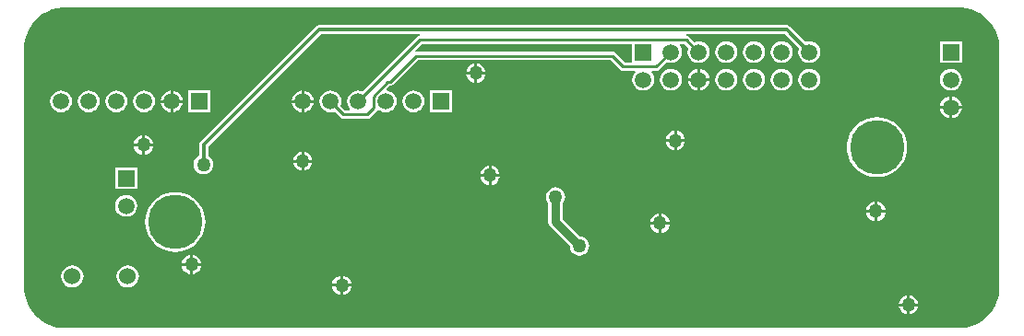
<source format=gbl>
G04*
G04 #@! TF.GenerationSoftware,Altium Limited,Altium Designer,18.0.9 (584)*
G04*
G04 Layer_Physical_Order=2*
G04 Layer_Color=16711680*
%FSLAX25Y25*%
%MOIN*%
G70*
G01*
G75*
%ADD10C,0.01000*%
%ADD45C,0.01200*%
%ADD46C,0.03000*%
%ADD47C,0.19685*%
%ADD48R,0.05906X0.05906*%
%ADD49C,0.05906*%
%ADD50C,0.06000*%
%ADD51R,0.05906X0.05906*%
%ADD52C,0.05000*%
G36*
X455635Y227075D02*
X457500Y226575D01*
X459284Y225836D01*
X460956Y224871D01*
X462488Y223696D01*
X463853Y222330D01*
X465028Y220799D01*
X465994Y219127D01*
X466733Y217343D01*
X467232Y215478D01*
X467484Y213564D01*
Y212598D01*
Y125984D01*
Y125019D01*
X467232Y123105D01*
X466733Y121240D01*
X465994Y119456D01*
X465028Y117784D01*
X463853Y116252D01*
X462488Y114887D01*
X460956Y113712D01*
X459284Y112746D01*
X457500Y112007D01*
X455635Y111508D01*
X453721Y111256D01*
X452756Y111256D01*
X129921D01*
X128956Y111256D01*
X127042Y111508D01*
X125177Y112007D01*
X123393Y112746D01*
X121721Y113712D01*
X120189Y114887D01*
X118824Y116252D01*
X117649Y117784D01*
X116683Y119456D01*
X115945Y121240D01*
X115445Y123105D01*
X115193Y125019D01*
Y125984D01*
X115193Y212598D01*
X115193Y213564D01*
X115445Y215478D01*
X115945Y217343D01*
X116683Y219127D01*
X117649Y220799D01*
X118824Y222330D01*
X120189Y223696D01*
X121721Y224871D01*
X123393Y225836D01*
X125177Y226575D01*
X127042Y227075D01*
X128956Y227327D01*
X453721D01*
X455635Y227075D01*
D02*
G37*
%LPC*%
G36*
X453953Y215134D02*
X446047D01*
Y207228D01*
X453953D01*
Y215134D01*
D02*
G37*
G36*
X390709Y220923D02*
X221654D01*
X221029Y220798D01*
X220500Y220445D01*
X178768Y178713D01*
X178414Y178183D01*
X178290Y177559D01*
Y173585D01*
X178156Y173530D01*
X177425Y172969D01*
X176864Y172238D01*
X176511Y171386D01*
X176391Y170473D01*
X176511Y169559D01*
X176864Y168707D01*
X177425Y167976D01*
X178156Y167415D01*
X179008Y167062D01*
X179921Y166942D01*
X180835Y167062D01*
X181686Y167415D01*
X182418Y167976D01*
X182978Y168707D01*
X183331Y169559D01*
X183451Y170473D01*
X183331Y171386D01*
X182978Y172238D01*
X182418Y172969D01*
X181686Y173530D01*
X181553Y173585D01*
Y176883D01*
X222329Y217660D01*
X258067D01*
X258075Y217163D01*
X257490Y217047D01*
X256993Y216715D01*
X237244Y196966D01*
X236780Y197158D01*
X235748Y197294D01*
X234716Y197158D01*
X233755Y196760D01*
X232929Y196126D01*
X232295Y195300D01*
X231897Y194339D01*
X231761Y193307D01*
X231897Y192275D01*
X232295Y191314D01*
X232834Y190612D01*
X232656Y190112D01*
X231106D01*
X229407Y191811D01*
X229599Y192275D01*
X229735Y193307D01*
X229599Y194339D01*
X229201Y195300D01*
X228567Y196126D01*
X227742Y196760D01*
X226780Y197158D01*
X225748Y197294D01*
X224716Y197158D01*
X223755Y196760D01*
X222929Y196126D01*
X222295Y195300D01*
X221897Y194339D01*
X221761Y193307D01*
X221897Y192275D01*
X222295Y191314D01*
X222929Y190488D01*
X223755Y189854D01*
X224716Y189456D01*
X225748Y189320D01*
X226780Y189456D01*
X227244Y189648D01*
X229391Y187501D01*
X229887Y187170D01*
X230472Y187053D01*
X238976D01*
X239562Y187170D01*
X240058Y187501D01*
X242377Y189820D01*
X242594Y190145D01*
X243110Y190281D01*
X243209Y190273D01*
X243755Y189854D01*
X244716Y189456D01*
X245748Y189320D01*
X246780Y189456D01*
X247742Y189854D01*
X248567Y190488D01*
X249201Y191314D01*
X249599Y192275D01*
X249735Y193307D01*
X249599Y194339D01*
X249201Y195300D01*
X248567Y196126D01*
X247742Y196760D01*
X246780Y197158D01*
X246243Y197229D01*
X246063Y197757D01*
X247171Y198864D01*
X247244D01*
X247829Y198981D01*
X248325Y199312D01*
X257326Y208313D01*
X326926D01*
X330415Y204824D01*
X330911Y204493D01*
X331496Y204376D01*
X335727D01*
X335905Y203876D01*
X335366Y203174D01*
X334968Y202213D01*
X334832Y201181D01*
X334968Y200149D01*
X335366Y199188D01*
X336000Y198362D01*
X336825Y197728D01*
X337787Y197330D01*
X338819Y197194D01*
X339851Y197330D01*
X340812Y197728D01*
X341638Y198362D01*
X342272Y199188D01*
X342670Y200149D01*
X342806Y201181D01*
X342670Y202213D01*
X342272Y203174D01*
X341733Y203876D01*
X341911Y204376D01*
X343543D01*
X344129Y204493D01*
X344625Y204824D01*
X347323Y207522D01*
X347787Y207330D01*
X348819Y207194D01*
X349851Y207330D01*
X350812Y207728D01*
X351638Y208362D01*
X352272Y209188D01*
X352670Y210149D01*
X352806Y211181D01*
X352670Y212213D01*
X352272Y213175D01*
X351942Y213604D01*
X352188Y214105D01*
X353733D01*
X355160Y212677D01*
X354968Y212213D01*
X354832Y211181D01*
X354968Y210149D01*
X355366Y209188D01*
X356000Y208362D01*
X356825Y207728D01*
X357787Y207330D01*
X358819Y207194D01*
X359851Y207330D01*
X360812Y207728D01*
X361638Y208362D01*
X362272Y209188D01*
X362670Y210149D01*
X362806Y211181D01*
X362670Y212213D01*
X362272Y213175D01*
X361638Y214000D01*
X360812Y214634D01*
X359851Y215032D01*
X358819Y215168D01*
X357787Y215032D01*
X357323Y214840D01*
X355448Y216715D01*
X354951Y217047D01*
X354366Y217163D01*
X354374Y217660D01*
X390033D01*
X395118Y212575D01*
X394968Y212213D01*
X394832Y211181D01*
X394968Y210149D01*
X395366Y209188D01*
X396000Y208362D01*
X396826Y207728D01*
X397787Y207330D01*
X398819Y207194D01*
X399851Y207330D01*
X400812Y207728D01*
X401638Y208362D01*
X402272Y209188D01*
X402670Y210149D01*
X402806Y211181D01*
X402670Y212213D01*
X402272Y213175D01*
X401638Y214000D01*
X400812Y214634D01*
X399851Y215032D01*
X398819Y215168D01*
X397787Y215032D01*
X397425Y214882D01*
X391862Y220445D01*
X391333Y220798D01*
X390709Y220923D01*
D02*
G37*
G36*
X388819Y215168D02*
X387787Y215032D01*
X386825Y214634D01*
X386000Y214000D01*
X385366Y213175D01*
X384968Y212213D01*
X384832Y211181D01*
X384968Y210149D01*
X385366Y209188D01*
X386000Y208362D01*
X386825Y207728D01*
X387787Y207330D01*
X388819Y207194D01*
X389851Y207330D01*
X390812Y207728D01*
X391638Y208362D01*
X392272Y209188D01*
X392670Y210149D01*
X392806Y211181D01*
X392670Y212213D01*
X392272Y213175D01*
X391638Y214000D01*
X390812Y214634D01*
X389851Y215032D01*
X388819Y215168D01*
D02*
G37*
G36*
X378819D02*
X377787Y215032D01*
X376825Y214634D01*
X376000Y214000D01*
X375366Y213175D01*
X374968Y212213D01*
X374832Y211181D01*
X374968Y210149D01*
X375366Y209188D01*
X376000Y208362D01*
X376825Y207728D01*
X377787Y207330D01*
X378819Y207194D01*
X379851Y207330D01*
X380812Y207728D01*
X381638Y208362D01*
X382272Y209188D01*
X382670Y210149D01*
X382806Y211181D01*
X382670Y212213D01*
X382272Y213175D01*
X381638Y214000D01*
X380812Y214634D01*
X379851Y215032D01*
X378819Y215168D01*
D02*
G37*
G36*
X368819D02*
X367787Y215032D01*
X366826Y214634D01*
X366000Y214000D01*
X365366Y213175D01*
X364968Y212213D01*
X364832Y211181D01*
X364968Y210149D01*
X365366Y209188D01*
X366000Y208362D01*
X366826Y207728D01*
X367787Y207330D01*
X368819Y207194D01*
X369851Y207330D01*
X370812Y207728D01*
X371638Y208362D01*
X372272Y209188D01*
X372670Y210149D01*
X372806Y211181D01*
X372670Y212213D01*
X372272Y213175D01*
X371638Y214000D01*
X370812Y214634D01*
X369851Y215032D01*
X368819Y215168D01*
D02*
G37*
G36*
X278847Y207008D02*
Y204043D01*
X281811D01*
X281756Y204457D01*
X281404Y205308D01*
X280843Y206040D01*
X280112Y206601D01*
X279260Y206953D01*
X278847Y207008D01*
D02*
G37*
G36*
X277847D02*
X277433Y206953D01*
X276581Y206601D01*
X275850Y206040D01*
X275289Y205308D01*
X274937Y204457D01*
X274882Y204043D01*
X277847D01*
Y207008D01*
D02*
G37*
G36*
X359319Y205102D02*
Y201681D01*
X362740D01*
X362670Y202213D01*
X362272Y203174D01*
X361638Y204000D01*
X360812Y204634D01*
X359851Y205032D01*
X359319Y205102D01*
D02*
G37*
G36*
X358319D02*
X357787Y205032D01*
X356825Y204634D01*
X356000Y204000D01*
X355366Y203174D01*
X354968Y202213D01*
X354898Y201681D01*
X358319D01*
Y205102D01*
D02*
G37*
G36*
X281811Y203043D02*
X278847D01*
Y200079D01*
X279260Y200133D01*
X280112Y200486D01*
X280843Y201047D01*
X281404Y201778D01*
X281756Y202630D01*
X281811Y203043D01*
D02*
G37*
G36*
X277847D02*
X274882D01*
X274937Y202630D01*
X275289Y201778D01*
X275850Y201047D01*
X276581Y200486D01*
X277433Y200133D01*
X277847Y200079D01*
Y203043D01*
D02*
G37*
G36*
X362740Y200681D02*
X359319D01*
Y197260D01*
X359851Y197330D01*
X360812Y197728D01*
X361638Y198362D01*
X362272Y199188D01*
X362670Y200149D01*
X362740Y200681D01*
D02*
G37*
G36*
X358319D02*
X354898D01*
X354968Y200149D01*
X355366Y199188D01*
X356000Y198362D01*
X356825Y197728D01*
X357787Y197330D01*
X358319Y197260D01*
Y200681D01*
D02*
G37*
G36*
X450000Y205168D02*
X448968Y205032D01*
X448007Y204634D01*
X447181Y204000D01*
X446547Y203174D01*
X446149Y202213D01*
X446013Y201181D01*
X446149Y200149D01*
X446547Y199188D01*
X447181Y198362D01*
X448007Y197728D01*
X448968Y197330D01*
X450000Y197194D01*
X451032Y197330D01*
X451993Y197728D01*
X452819Y198362D01*
X453453Y199188D01*
X453851Y200149D01*
X453987Y201181D01*
X453851Y202213D01*
X453453Y203174D01*
X452819Y204000D01*
X451993Y204634D01*
X451032Y205032D01*
X450000Y205168D01*
D02*
G37*
G36*
X398819D02*
X397787Y205032D01*
X396826Y204634D01*
X396000Y204000D01*
X395366Y203174D01*
X394968Y202213D01*
X394832Y201181D01*
X394968Y200149D01*
X395366Y199188D01*
X396000Y198362D01*
X396826Y197728D01*
X397787Y197330D01*
X398819Y197194D01*
X399851Y197330D01*
X400812Y197728D01*
X401638Y198362D01*
X402272Y199188D01*
X402670Y200149D01*
X402806Y201181D01*
X402670Y202213D01*
X402272Y203174D01*
X401638Y204000D01*
X400812Y204634D01*
X399851Y205032D01*
X398819Y205168D01*
D02*
G37*
G36*
X388819D02*
X387787Y205032D01*
X386825Y204634D01*
X386000Y204000D01*
X385366Y203174D01*
X384968Y202213D01*
X384832Y201181D01*
X384968Y200149D01*
X385366Y199188D01*
X386000Y198362D01*
X386825Y197728D01*
X387787Y197330D01*
X388819Y197194D01*
X389851Y197330D01*
X390812Y197728D01*
X391638Y198362D01*
X392272Y199188D01*
X392670Y200149D01*
X392806Y201181D01*
X392670Y202213D01*
X392272Y203174D01*
X391638Y204000D01*
X390812Y204634D01*
X389851Y205032D01*
X388819Y205168D01*
D02*
G37*
G36*
X378819D02*
X377787Y205032D01*
X376825Y204634D01*
X376000Y204000D01*
X375366Y203174D01*
X374968Y202213D01*
X374832Y201181D01*
X374968Y200149D01*
X375366Y199188D01*
X376000Y198362D01*
X376825Y197728D01*
X377787Y197330D01*
X378819Y197194D01*
X379851Y197330D01*
X380812Y197728D01*
X381638Y198362D01*
X382272Y199188D01*
X382670Y200149D01*
X382806Y201181D01*
X382670Y202213D01*
X382272Y203174D01*
X381638Y204000D01*
X380812Y204634D01*
X379851Y205032D01*
X378819Y205168D01*
D02*
G37*
G36*
X368819D02*
X367787Y205032D01*
X366826Y204634D01*
X366000Y204000D01*
X365366Y203174D01*
X364968Y202213D01*
X364832Y201181D01*
X364968Y200149D01*
X365366Y199188D01*
X366000Y198362D01*
X366826Y197728D01*
X367787Y197330D01*
X368819Y197194D01*
X369851Y197330D01*
X370812Y197728D01*
X371638Y198362D01*
X372272Y199188D01*
X372670Y200149D01*
X372806Y201181D01*
X372670Y202213D01*
X372272Y203174D01*
X371638Y204000D01*
X370812Y204634D01*
X369851Y205032D01*
X368819Y205168D01*
D02*
G37*
G36*
X348819D02*
X347787Y205032D01*
X346826Y204634D01*
X346000Y204000D01*
X345366Y203174D01*
X344968Y202213D01*
X344832Y201181D01*
X344968Y200149D01*
X345366Y199188D01*
X346000Y198362D01*
X346826Y197728D01*
X347787Y197330D01*
X348819Y197194D01*
X349851Y197330D01*
X350812Y197728D01*
X351638Y198362D01*
X352272Y199188D01*
X352670Y200149D01*
X352806Y201181D01*
X352670Y202213D01*
X352272Y203174D01*
X351638Y204000D01*
X350812Y204634D01*
X349851Y205032D01*
X348819Y205168D01*
D02*
G37*
G36*
X216248Y197228D02*
Y193807D01*
X219669D01*
X219599Y194339D01*
X219201Y195300D01*
X218567Y196126D01*
X217741Y196760D01*
X216780Y197158D01*
X216248Y197228D01*
D02*
G37*
G36*
X168925D02*
Y193807D01*
X172346D01*
X172276Y194339D01*
X171878Y195300D01*
X171244Y196126D01*
X170419Y196760D01*
X169457Y197158D01*
X168925Y197228D01*
D02*
G37*
G36*
X215248D02*
X214716Y197158D01*
X213755Y196760D01*
X212929Y196126D01*
X212295Y195300D01*
X211897Y194339D01*
X211827Y193807D01*
X215248D01*
Y197228D01*
D02*
G37*
G36*
X167925D02*
X167393Y197158D01*
X166432Y196760D01*
X165606Y196126D01*
X164972Y195300D01*
X164574Y194339D01*
X164504Y193807D01*
X167925D01*
Y197228D01*
D02*
G37*
G36*
X450500Y195102D02*
Y191681D01*
X453921D01*
X453851Y192213D01*
X453453Y193175D01*
X452819Y194000D01*
X451993Y194634D01*
X451032Y195032D01*
X450500Y195102D01*
D02*
G37*
G36*
X449500Y195102D02*
X448968Y195032D01*
X448007Y194634D01*
X447181Y194000D01*
X446547Y193175D01*
X446149Y192213D01*
X446079Y191681D01*
X449500D01*
Y195102D01*
D02*
G37*
G36*
X219669Y192807D02*
X216248D01*
Y189386D01*
X216780Y189456D01*
X217741Y189854D01*
X218567Y190488D01*
X219201Y191314D01*
X219599Y192275D01*
X219669Y192807D01*
D02*
G37*
G36*
X172346D02*
X168925D01*
Y189386D01*
X169457Y189456D01*
X170419Y189854D01*
X171244Y190488D01*
X171878Y191314D01*
X172276Y192275D01*
X172346Y192807D01*
D02*
G37*
G36*
X215248D02*
X211827D01*
X211897Y192275D01*
X212295Y191314D01*
X212929Y190488D01*
X213755Y189854D01*
X214716Y189456D01*
X215248Y189386D01*
Y192807D01*
D02*
G37*
G36*
X167925D02*
X164504D01*
X164574Y192275D01*
X164972Y191314D01*
X165606Y190488D01*
X166432Y189854D01*
X167393Y189456D01*
X167925Y189386D01*
Y192807D01*
D02*
G37*
G36*
X269701Y197260D02*
X261795D01*
Y189354D01*
X269701D01*
Y197260D01*
D02*
G37*
G36*
X182378D02*
X174472D01*
Y189354D01*
X182378D01*
Y197260D01*
D02*
G37*
G36*
X255748Y197294D02*
X254716Y197158D01*
X253755Y196760D01*
X252929Y196126D01*
X252295Y195300D01*
X251897Y194339D01*
X251761Y193307D01*
X251897Y192275D01*
X252295Y191314D01*
X252929Y190488D01*
X253755Y189854D01*
X254716Y189456D01*
X255748Y189320D01*
X256780Y189456D01*
X257741Y189854D01*
X258567Y190488D01*
X259201Y191314D01*
X259599Y192275D01*
X259735Y193307D01*
X259599Y194339D01*
X259201Y195300D01*
X258567Y196126D01*
X257741Y196760D01*
X256780Y197158D01*
X255748Y197294D01*
D02*
G37*
G36*
X158425D02*
X157393Y197158D01*
X156432Y196760D01*
X155606Y196126D01*
X154973Y195300D01*
X154574Y194339D01*
X154438Y193307D01*
X154574Y192275D01*
X154973Y191314D01*
X155606Y190488D01*
X156432Y189854D01*
X157393Y189456D01*
X158425Y189320D01*
X159457Y189456D01*
X160419Y189854D01*
X161244Y190488D01*
X161878Y191314D01*
X162276Y192275D01*
X162412Y193307D01*
X162276Y194339D01*
X161878Y195300D01*
X161244Y196126D01*
X160419Y196760D01*
X159457Y197158D01*
X158425Y197294D01*
D02*
G37*
G36*
X148425D02*
X147393Y197158D01*
X146432Y196760D01*
X145606Y196126D01*
X144973Y195300D01*
X144574Y194339D01*
X144438Y193307D01*
X144574Y192275D01*
X144973Y191314D01*
X145606Y190488D01*
X146432Y189854D01*
X147393Y189456D01*
X148425Y189320D01*
X149457Y189456D01*
X150419Y189854D01*
X151244Y190488D01*
X151878Y191314D01*
X152276Y192275D01*
X152412Y193307D01*
X152276Y194339D01*
X151878Y195300D01*
X151244Y196126D01*
X150419Y196760D01*
X149457Y197158D01*
X148425Y197294D01*
D02*
G37*
G36*
X138425D02*
X137393Y197158D01*
X136432Y196760D01*
X135606Y196126D01*
X134973Y195300D01*
X134574Y194339D01*
X134438Y193307D01*
X134574Y192275D01*
X134973Y191314D01*
X135606Y190488D01*
X136432Y189854D01*
X137393Y189456D01*
X138425Y189320D01*
X139457Y189456D01*
X140419Y189854D01*
X141244Y190488D01*
X141878Y191314D01*
X142276Y192275D01*
X142412Y193307D01*
X142276Y194339D01*
X141878Y195300D01*
X141244Y196126D01*
X140419Y196760D01*
X139457Y197158D01*
X138425Y197294D01*
D02*
G37*
G36*
X128425D02*
X127393Y197158D01*
X126432Y196760D01*
X125606Y196126D01*
X124972Y195300D01*
X124574Y194339D01*
X124438Y193307D01*
X124574Y192275D01*
X124972Y191314D01*
X125606Y190488D01*
X126432Y189854D01*
X127393Y189456D01*
X128425Y189320D01*
X129457Y189456D01*
X130419Y189854D01*
X131244Y190488D01*
X131878Y191314D01*
X132276Y192275D01*
X132412Y193307D01*
X132276Y194339D01*
X131878Y195300D01*
X131244Y196126D01*
X130419Y196760D01*
X129457Y197158D01*
X128425Y197294D01*
D02*
G37*
G36*
X449500Y190681D02*
X446079D01*
X446149Y190149D01*
X446547Y189188D01*
X447181Y188362D01*
X448007Y187728D01*
X448968Y187330D01*
X449500Y187260D01*
Y190681D01*
D02*
G37*
G36*
X453921D02*
X450500D01*
Y187260D01*
X451032Y187330D01*
X451993Y187728D01*
X452819Y188362D01*
X453453Y189188D01*
X453851Y190149D01*
X453921Y190681D01*
D02*
G37*
G36*
X350894Y182598D02*
Y179634D01*
X353858D01*
X353804Y180048D01*
X353451Y180899D01*
X352890Y181630D01*
X352159Y182191D01*
X351307Y182544D01*
X350894Y182598D01*
D02*
G37*
G36*
X349894D02*
X349480Y182544D01*
X348629Y182191D01*
X347898Y181630D01*
X347337Y180899D01*
X346984Y180048D01*
X346929Y179634D01*
X349894D01*
Y182598D01*
D02*
G37*
G36*
X158768Y181023D02*
Y178059D01*
X161732D01*
X161678Y178473D01*
X161325Y179324D01*
X160764Y180055D01*
X160033Y180616D01*
X159181Y180969D01*
X158768Y181023D01*
D02*
G37*
G36*
X157768D02*
X157354Y180969D01*
X156503Y180616D01*
X155772Y180055D01*
X155210Y179324D01*
X154858Y178473D01*
X154803Y178059D01*
X157768D01*
Y181023D01*
D02*
G37*
G36*
X353858Y178634D02*
X350894D01*
Y175670D01*
X351307Y175724D01*
X352159Y176077D01*
X352890Y176638D01*
X353451Y177369D01*
X353804Y178220D01*
X353858Y178634D01*
D02*
G37*
G36*
X349894D02*
X346929D01*
X346984Y178220D01*
X347337Y177369D01*
X347898Y176638D01*
X348629Y176077D01*
X349480Y175724D01*
X349894Y175670D01*
Y178634D01*
D02*
G37*
G36*
X161732Y177059D02*
X158768D01*
Y174095D01*
X159181Y174149D01*
X160033Y174502D01*
X160764Y175063D01*
X161325Y175794D01*
X161678Y176645D01*
X161732Y177059D01*
D02*
G37*
G36*
X157768D02*
X154803D01*
X154858Y176645D01*
X155210Y175794D01*
X155772Y175063D01*
X156503Y174502D01*
X157354Y174149D01*
X157768Y174095D01*
Y177059D01*
D02*
G37*
G36*
X216248Y175118D02*
Y172153D01*
X219212D01*
X219158Y172567D01*
X218805Y173419D01*
X218244Y174150D01*
X217513Y174711D01*
X216662Y175064D01*
X216248Y175118D01*
D02*
G37*
G36*
X215248D02*
X214834Y175064D01*
X213983Y174711D01*
X213252Y174150D01*
X212691Y173419D01*
X212338Y172567D01*
X212284Y172153D01*
X215248D01*
Y175118D01*
D02*
G37*
G36*
X219212Y171153D02*
X216248D01*
Y168189D01*
X216662Y168244D01*
X217513Y168596D01*
X218244Y169157D01*
X218805Y169888D01*
X219158Y170740D01*
X219212Y171153D01*
D02*
G37*
G36*
X215248D02*
X212284D01*
X212338Y170740D01*
X212691Y169888D01*
X213252Y169157D01*
X213983Y168596D01*
X214834Y168244D01*
X215248Y168189D01*
Y171153D01*
D02*
G37*
G36*
X283965Y170000D02*
Y167035D01*
X286929D01*
X286875Y167449D01*
X286522Y168300D01*
X285961Y169032D01*
X285230Y169593D01*
X284378Y169945D01*
X283965Y170000D01*
D02*
G37*
G36*
X282965D02*
X282551Y169945D01*
X281699Y169593D01*
X280968Y169032D01*
X280407Y168300D01*
X280055Y167449D01*
X280000Y167035D01*
X282965D01*
Y170000D01*
D02*
G37*
G36*
X423228Y187648D02*
X421527Y187514D01*
X419868Y187115D01*
X418291Y186462D01*
X416836Y185571D01*
X415538Y184462D01*
X414429Y183164D01*
X413538Y181709D01*
X412885Y180132D01*
X412486Y178473D01*
X412352Y176772D01*
X412486Y175070D01*
X412885Y173411D01*
X413538Y171834D01*
X414429Y170379D01*
X415538Y169081D01*
X416836Y167973D01*
X418291Y167081D01*
X419868Y166428D01*
X421527Y166030D01*
X423228Y165896D01*
X424930Y166030D01*
X426589Y166428D01*
X428166Y167081D01*
X429621Y167973D01*
X430919Y169081D01*
X432027Y170379D01*
X432919Y171834D01*
X433572Y173411D01*
X433970Y175070D01*
X434104Y176772D01*
X433970Y178473D01*
X433572Y180132D01*
X432919Y181709D01*
X432027Y183164D01*
X430919Y184462D01*
X429621Y185571D01*
X428166Y186462D01*
X426589Y187115D01*
X424930Y187514D01*
X423228Y187648D01*
D02*
G37*
G36*
X286929Y166035D02*
X283965D01*
Y163071D01*
X284378Y163126D01*
X285230Y163478D01*
X285961Y164039D01*
X286522Y164770D01*
X286875Y165622D01*
X286929Y166035D01*
D02*
G37*
G36*
X282965D02*
X280000D01*
X280055Y165622D01*
X280407Y164770D01*
X280968Y164039D01*
X281699Y163478D01*
X282551Y163126D01*
X282965Y163071D01*
Y166035D01*
D02*
G37*
G36*
X155921Y169465D02*
X148016D01*
Y161559D01*
X155921D01*
Y169465D01*
D02*
G37*
G36*
X423335Y157008D02*
Y154043D01*
X426299D01*
X426245Y154457D01*
X425892Y155308D01*
X425331Y156040D01*
X424600Y156600D01*
X423748Y156953D01*
X423335Y157008D01*
D02*
G37*
G36*
X422335D02*
X421921Y156953D01*
X421069Y156600D01*
X420338Y156040D01*
X419777Y155308D01*
X419425Y154457D01*
X419370Y154043D01*
X422335D01*
Y157008D01*
D02*
G37*
G36*
X151969Y159499D02*
X150937Y159363D01*
X149975Y158965D01*
X149149Y158331D01*
X148516Y157505D01*
X148117Y156544D01*
X147982Y155512D01*
X148117Y154480D01*
X148516Y153518D01*
X149149Y152693D01*
X149975Y152059D01*
X150937Y151661D01*
X151969Y151525D01*
X153000Y151661D01*
X153962Y152059D01*
X154788Y152693D01*
X155421Y153518D01*
X155819Y154480D01*
X155955Y155512D01*
X155819Y156544D01*
X155421Y157505D01*
X154788Y158331D01*
X153962Y158965D01*
X153000Y159363D01*
X151969Y159499D01*
D02*
G37*
G36*
X426299Y153043D02*
X423335D01*
Y150079D01*
X423748Y150133D01*
X424600Y150486D01*
X425331Y151047D01*
X425892Y151778D01*
X426245Y152630D01*
X426299Y153043D01*
D02*
G37*
G36*
X422335D02*
X419370D01*
X419425Y152630D01*
X419777Y151778D01*
X420338Y151047D01*
X421069Y150486D01*
X421921Y150133D01*
X422335Y150079D01*
Y153043D01*
D02*
G37*
G36*
X345382Y152677D02*
Y149713D01*
X348346D01*
X348292Y150126D01*
X347939Y150978D01*
X347378Y151709D01*
X346647Y152270D01*
X345796Y152622D01*
X345382Y152677D01*
D02*
G37*
G36*
X344382D02*
X343968Y152622D01*
X343117Y152270D01*
X342386Y151709D01*
X341825Y150978D01*
X341472Y150126D01*
X341418Y149713D01*
X344382D01*
Y152677D01*
D02*
G37*
G36*
X348346Y148713D02*
X345382D01*
Y145748D01*
X345796Y145803D01*
X346647Y146155D01*
X347378Y146716D01*
X347939Y147448D01*
X348292Y148299D01*
X348346Y148713D01*
D02*
G37*
G36*
X344382D02*
X341418D01*
X341472Y148299D01*
X341825Y147448D01*
X342386Y146716D01*
X343117Y146155D01*
X343968Y145803D01*
X344382Y145748D01*
Y148713D01*
D02*
G37*
G36*
X169685Y160482D02*
X167984Y160348D01*
X166324Y159950D01*
X164747Y159297D01*
X163292Y158405D01*
X161995Y157297D01*
X160886Y155999D01*
X159994Y154544D01*
X159341Y152967D01*
X158943Y151308D01*
X158809Y149606D01*
X158943Y147905D01*
X159341Y146245D01*
X159994Y144669D01*
X160886Y143213D01*
X161995Y141916D01*
X163292Y140807D01*
X164747Y139916D01*
X166324Y139263D01*
X167984Y138864D01*
X169685Y138730D01*
X171386Y138864D01*
X173046Y139263D01*
X174623Y139916D01*
X176078Y140807D01*
X177376Y141916D01*
X178484Y143213D01*
X179376Y144669D01*
X180029Y146245D01*
X180427Y147905D01*
X180561Y149606D01*
X180427Y151308D01*
X180029Y152967D01*
X179376Y154544D01*
X178484Y155999D01*
X177376Y157297D01*
X176078Y158405D01*
X174623Y159297D01*
X173046Y159950D01*
X171386Y160348D01*
X169685Y160482D01*
D02*
G37*
G36*
X307087Y162192D02*
X306173Y162071D01*
X305322Y161719D01*
X304590Y161158D01*
X304029Y160426D01*
X303677Y159575D01*
X303556Y158661D01*
X303677Y157748D01*
X304029Y156896D01*
X304538Y156234D01*
Y149606D01*
X304732Y148631D01*
X305284Y147804D01*
X312229Y140859D01*
X312338Y140031D01*
X312691Y139180D01*
X313252Y138449D01*
X313983Y137888D01*
X314834Y137535D01*
X315748Y137415D01*
X316662Y137535D01*
X317513Y137888D01*
X318244Y138449D01*
X318805Y139180D01*
X319158Y140031D01*
X319278Y140945D01*
X319158Y141859D01*
X318805Y142710D01*
X318244Y143441D01*
X317513Y144002D01*
X316662Y144355D01*
X315834Y144464D01*
X309636Y150662D01*
Y156234D01*
X310144Y156896D01*
X310496Y157748D01*
X310617Y158661D01*
X310496Y159575D01*
X310144Y160426D01*
X309583Y161158D01*
X308852Y161719D01*
X308000Y162071D01*
X307087Y162192D01*
D02*
G37*
G36*
X176091Y137716D02*
Y134752D01*
X179055D01*
X179000Y135166D01*
X178648Y136017D01*
X178087Y136748D01*
X177356Y137309D01*
X176504Y137662D01*
X176091Y137716D01*
D02*
G37*
G36*
X175091D02*
X174677Y137662D01*
X173826Y137309D01*
X173094Y136748D01*
X172533Y136017D01*
X172181Y135166D01*
X172126Y134752D01*
X175091D01*
Y137716D01*
D02*
G37*
G36*
X179055Y133752D02*
X176091D01*
Y130788D01*
X176504Y130842D01*
X177356Y131195D01*
X178087Y131756D01*
X178648Y132487D01*
X179000Y133338D01*
X179055Y133752D01*
D02*
G37*
G36*
X175091D02*
X172126D01*
X172181Y133338D01*
X172533Y132487D01*
X173094Y131756D01*
X173826Y131195D01*
X174677Y130842D01*
X175091Y130788D01*
Y133752D01*
D02*
G37*
G36*
X230421Y130236D02*
Y127272D01*
X233386D01*
X233331Y127685D01*
X232979Y128537D01*
X232417Y129268D01*
X231686Y129829D01*
X230835Y130182D01*
X230421Y130236D01*
D02*
G37*
G36*
X229421D02*
X229008Y130182D01*
X228156Y129829D01*
X227425Y129268D01*
X226864Y128537D01*
X226511Y127685D01*
X226457Y127272D01*
X229421D01*
Y130236D01*
D02*
G37*
G36*
X152520Y133956D02*
X151476Y133818D01*
X150502Y133415D01*
X149667Y132774D01*
X149026Y131939D01*
X148623Y130965D01*
X148485Y129921D01*
X148623Y128877D01*
X149026Y127904D01*
X149667Y127068D01*
X150502Y126427D01*
X151476Y126024D01*
X152520Y125887D01*
X153564Y126024D01*
X154537Y126427D01*
X155373Y127068D01*
X156014Y127904D01*
X156417Y128877D01*
X156554Y129921D01*
X156417Y130965D01*
X156014Y131939D01*
X155373Y132774D01*
X154537Y133415D01*
X153564Y133818D01*
X152520Y133956D01*
D02*
G37*
G36*
X132520D02*
X131475Y133818D01*
X130502Y133415D01*
X129667Y132774D01*
X129026Y131939D01*
X128623Y130965D01*
X128485Y129921D01*
X128623Y128877D01*
X129026Y127904D01*
X129667Y127068D01*
X130502Y126427D01*
X131475Y126024D01*
X132520Y125887D01*
X133564Y126024D01*
X134537Y126427D01*
X135372Y127068D01*
X136014Y127904D01*
X136417Y128877D01*
X136554Y129921D01*
X136417Y130965D01*
X136014Y131939D01*
X135372Y132774D01*
X134537Y133415D01*
X133564Y133818D01*
X132520Y133956D01*
D02*
G37*
G36*
X233386Y126272D02*
X230421D01*
Y123307D01*
X230835Y123362D01*
X231686Y123714D01*
X232417Y124275D01*
X232979Y125007D01*
X233331Y125858D01*
X233386Y126272D01*
D02*
G37*
G36*
X229421D02*
X226457D01*
X226511Y125858D01*
X226864Y125007D01*
X227425Y124275D01*
X228156Y123714D01*
X229008Y123362D01*
X229421Y123307D01*
Y126272D01*
D02*
G37*
G36*
X435146Y123149D02*
Y120185D01*
X438110D01*
X438056Y120599D01*
X437703Y121450D01*
X437142Y122181D01*
X436411Y122742D01*
X435559Y123095D01*
X435146Y123149D01*
D02*
G37*
G36*
X434146D02*
X433732Y123095D01*
X432881Y122742D01*
X432149Y122181D01*
X431588Y121450D01*
X431236Y120599D01*
X431181Y120185D01*
X434146D01*
Y123149D01*
D02*
G37*
G36*
X438110Y119185D02*
X435146D01*
Y116221D01*
X435559Y116275D01*
X436411Y116628D01*
X437142Y117189D01*
X437703Y117920D01*
X438056Y118771D01*
X438110Y119185D01*
D02*
G37*
G36*
X434146D02*
X431181D01*
X431236Y118771D01*
X431588Y117920D01*
X432149Y117189D01*
X432881Y116628D01*
X433732Y116275D01*
X434146Y116221D01*
Y119185D01*
D02*
G37*
%LPD*%
G36*
X334866Y207435D02*
X332130D01*
X328641Y210924D01*
X328144Y211256D01*
X327559Y211372D01*
X256693D01*
X256680Y211369D01*
X256434Y211830D01*
X258708Y214105D01*
X334866D01*
Y207435D01*
D02*
G37*
D10*
X343543Y205906D02*
X348819Y211181D01*
X331496Y205906D02*
X343543D01*
X327559Y209842D02*
X331496Y205906D01*
X256693Y209842D02*
X327559D01*
X247244Y200394D02*
X256693Y209842D01*
X246537Y200394D02*
X247244D01*
X241295Y195151D02*
X246537Y200394D01*
X241295Y190902D02*
Y195151D01*
X238976Y188583D02*
X241295Y190902D01*
X230472Y188583D02*
X238976D01*
X225748Y193307D02*
X230472Y188583D01*
X354366Y215634D02*
X358819Y211181D01*
X258075Y215634D02*
X354366D01*
X235748Y193307D02*
X258075Y215634D01*
D45*
X390709Y219291D02*
X398819Y211181D01*
X221654Y219291D02*
X390709D01*
X179921Y177559D02*
X221654Y219291D01*
X179921Y170473D02*
Y177559D01*
D46*
X307087Y149606D02*
X315748Y140945D01*
X307087Y149606D02*
Y158661D01*
D47*
X423228Y176772D02*
D03*
X169685Y149606D02*
D03*
D48*
X338819Y211181D02*
D03*
X265748Y193307D02*
D03*
X178425D02*
D03*
D49*
X338819Y201181D02*
D03*
X348819Y211181D02*
D03*
Y201181D02*
D03*
X358819Y211181D02*
D03*
Y201181D02*
D03*
X368819Y211181D02*
D03*
Y201181D02*
D03*
X378819Y211181D02*
D03*
Y201181D02*
D03*
X388819Y211181D02*
D03*
Y201181D02*
D03*
X398819Y211181D02*
D03*
Y201181D02*
D03*
X450000D02*
D03*
Y191181D02*
D03*
X215748Y193307D02*
D03*
X225748D02*
D03*
X235748D02*
D03*
X245748D02*
D03*
X255748D02*
D03*
X128425D02*
D03*
X138425D02*
D03*
X148425D02*
D03*
X158425D02*
D03*
X168425D02*
D03*
X151969Y155512D02*
D03*
D50*
X152520Y129921D02*
D03*
X132520D02*
D03*
D51*
X450000Y211181D02*
D03*
X151969Y165512D02*
D03*
D52*
X179921Y170473D02*
D03*
X315748Y140945D02*
D03*
X307087Y158661D02*
D03*
X215748Y171653D02*
D03*
X434646Y119685D02*
D03*
X350394Y179134D02*
D03*
X175591Y134252D02*
D03*
X278346Y203543D02*
D03*
X283465Y166535D02*
D03*
X422835Y153543D02*
D03*
X229921Y126772D02*
D03*
X344882Y149213D02*
D03*
X158268Y177559D02*
D03*
M02*

</source>
